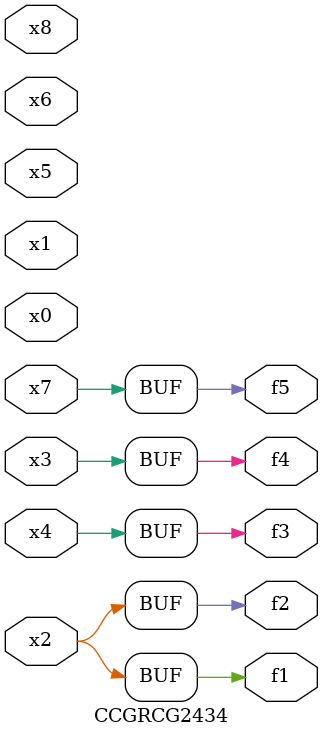
<source format=v>
module CCGRCG2434(
	input x0, x1, x2, x3, x4, x5, x6, x7, x8,
	output f1, f2, f3, f4, f5
);
	assign f1 = x2;
	assign f2 = x2;
	assign f3 = x4;
	assign f4 = x3;
	assign f5 = x7;
endmodule

</source>
